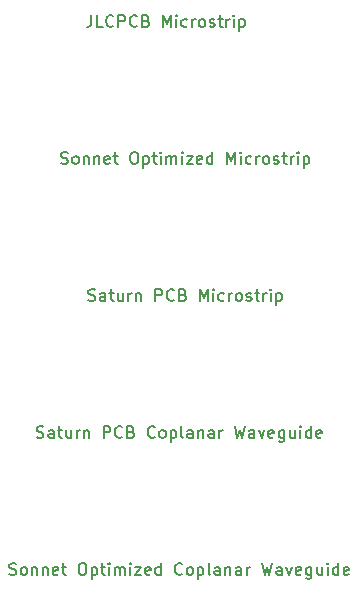
<source format=gto>
%TF.GenerationSoftware,KiCad,Pcbnew,(6.0.2)*%
%TF.CreationDate,2022-07-21T18:21:11-07:00*%
%TF.ProjectId,testCoupon,74657374-436f-4757-906f-6e2e6b696361,1*%
%TF.SameCoordinates,Original*%
%TF.FileFunction,Legend,Top*%
%TF.FilePolarity,Positive*%
%FSLAX46Y46*%
G04 Gerber Fmt 4.6, Leading zero omitted, Abs format (unit mm)*
G04 Created by KiCad (PCBNEW (6.0.2)) date 2022-07-21 18:21:11*
%MOMM*%
%LPD*%
G01*
G04 APERTURE LIST*
%ADD10C,0.150000*%
%ADD11R,4.000000X1.200000*%
%ADD12R,4.000000X1.280000*%
%ADD13O,31.360000X0.296416*%
%ADD14C,0.380000*%
%ADD15O,31.360000X0.297180*%
G04 APERTURE END LIST*
D10*
X149066666Y-65952380D02*
X149066666Y-66666666D01*
X149019047Y-66809523D01*
X148923809Y-66904761D01*
X148780952Y-66952380D01*
X148685714Y-66952380D01*
X150019047Y-66952380D02*
X149542857Y-66952380D01*
X149542857Y-65952380D01*
X150923809Y-66857142D02*
X150876190Y-66904761D01*
X150733333Y-66952380D01*
X150638095Y-66952380D01*
X150495238Y-66904761D01*
X150400000Y-66809523D01*
X150352380Y-66714285D01*
X150304761Y-66523809D01*
X150304761Y-66380952D01*
X150352380Y-66190476D01*
X150400000Y-66095238D01*
X150495238Y-66000000D01*
X150638095Y-65952380D01*
X150733333Y-65952380D01*
X150876190Y-66000000D01*
X150923809Y-66047619D01*
X151352380Y-66952380D02*
X151352380Y-65952380D01*
X151733333Y-65952380D01*
X151828571Y-66000000D01*
X151876190Y-66047619D01*
X151923809Y-66142857D01*
X151923809Y-66285714D01*
X151876190Y-66380952D01*
X151828571Y-66428571D01*
X151733333Y-66476190D01*
X151352380Y-66476190D01*
X152923809Y-66857142D02*
X152876190Y-66904761D01*
X152733333Y-66952380D01*
X152638095Y-66952380D01*
X152495238Y-66904761D01*
X152400000Y-66809523D01*
X152352380Y-66714285D01*
X152304761Y-66523809D01*
X152304761Y-66380952D01*
X152352380Y-66190476D01*
X152400000Y-66095238D01*
X152495238Y-66000000D01*
X152638095Y-65952380D01*
X152733333Y-65952380D01*
X152876190Y-66000000D01*
X152923809Y-66047619D01*
X153685714Y-66428571D02*
X153828571Y-66476190D01*
X153876190Y-66523809D01*
X153923809Y-66619047D01*
X153923809Y-66761904D01*
X153876190Y-66857142D01*
X153828571Y-66904761D01*
X153733333Y-66952380D01*
X153352380Y-66952380D01*
X153352380Y-65952380D01*
X153685714Y-65952380D01*
X153780952Y-66000000D01*
X153828571Y-66047619D01*
X153876190Y-66142857D01*
X153876190Y-66238095D01*
X153828571Y-66333333D01*
X153780952Y-66380952D01*
X153685714Y-66428571D01*
X153352380Y-66428571D01*
X155114285Y-66952380D02*
X155114285Y-65952380D01*
X155447619Y-66666666D01*
X155780952Y-65952380D01*
X155780952Y-66952380D01*
X156257142Y-66952380D02*
X156257142Y-66285714D01*
X156257142Y-65952380D02*
X156209523Y-66000000D01*
X156257142Y-66047619D01*
X156304761Y-66000000D01*
X156257142Y-65952380D01*
X156257142Y-66047619D01*
X157161904Y-66904761D02*
X157066666Y-66952380D01*
X156876190Y-66952380D01*
X156780952Y-66904761D01*
X156733333Y-66857142D01*
X156685714Y-66761904D01*
X156685714Y-66476190D01*
X156733333Y-66380952D01*
X156780952Y-66333333D01*
X156876190Y-66285714D01*
X157066666Y-66285714D01*
X157161904Y-66333333D01*
X157590476Y-66952380D02*
X157590476Y-66285714D01*
X157590476Y-66476190D02*
X157638095Y-66380952D01*
X157685714Y-66333333D01*
X157780952Y-66285714D01*
X157876190Y-66285714D01*
X158352380Y-66952380D02*
X158257142Y-66904761D01*
X158209523Y-66857142D01*
X158161904Y-66761904D01*
X158161904Y-66476190D01*
X158209523Y-66380952D01*
X158257142Y-66333333D01*
X158352380Y-66285714D01*
X158495238Y-66285714D01*
X158590476Y-66333333D01*
X158638095Y-66380952D01*
X158685714Y-66476190D01*
X158685714Y-66761904D01*
X158638095Y-66857142D01*
X158590476Y-66904761D01*
X158495238Y-66952380D01*
X158352380Y-66952380D01*
X159066666Y-66904761D02*
X159161904Y-66952380D01*
X159352380Y-66952380D01*
X159447619Y-66904761D01*
X159495238Y-66809523D01*
X159495238Y-66761904D01*
X159447619Y-66666666D01*
X159352380Y-66619047D01*
X159209523Y-66619047D01*
X159114285Y-66571428D01*
X159066666Y-66476190D01*
X159066666Y-66428571D01*
X159114285Y-66333333D01*
X159209523Y-66285714D01*
X159352380Y-66285714D01*
X159447619Y-66333333D01*
X159780952Y-66285714D02*
X160161904Y-66285714D01*
X159923809Y-65952380D02*
X159923809Y-66809523D01*
X159971428Y-66904761D01*
X160066666Y-66952380D01*
X160161904Y-66952380D01*
X160495238Y-66952380D02*
X160495238Y-66285714D01*
X160495238Y-66476190D02*
X160542857Y-66380952D01*
X160590476Y-66333333D01*
X160685714Y-66285714D01*
X160780952Y-66285714D01*
X161114285Y-66952380D02*
X161114285Y-66285714D01*
X161114285Y-65952380D02*
X161066666Y-66000000D01*
X161114285Y-66047619D01*
X161161904Y-66000000D01*
X161114285Y-65952380D01*
X161114285Y-66047619D01*
X161590476Y-66285714D02*
X161590476Y-67285714D01*
X161590476Y-66333333D02*
X161685714Y-66285714D01*
X161876190Y-66285714D01*
X161971428Y-66333333D01*
X162019047Y-66380952D01*
X162066666Y-66476190D01*
X162066666Y-66761904D01*
X162019047Y-66857142D01*
X161971428Y-66904761D01*
X161876190Y-66952380D01*
X161685714Y-66952380D01*
X161590476Y-66904761D01*
X144428571Y-101704761D02*
X144571428Y-101752380D01*
X144809523Y-101752380D01*
X144904761Y-101704761D01*
X144952380Y-101657142D01*
X145000000Y-101561904D01*
X145000000Y-101466666D01*
X144952380Y-101371428D01*
X144904761Y-101323809D01*
X144809523Y-101276190D01*
X144619047Y-101228571D01*
X144523809Y-101180952D01*
X144476190Y-101133333D01*
X144428571Y-101038095D01*
X144428571Y-100942857D01*
X144476190Y-100847619D01*
X144523809Y-100800000D01*
X144619047Y-100752380D01*
X144857142Y-100752380D01*
X145000000Y-100800000D01*
X145857142Y-101752380D02*
X145857142Y-101228571D01*
X145809523Y-101133333D01*
X145714285Y-101085714D01*
X145523809Y-101085714D01*
X145428571Y-101133333D01*
X145857142Y-101704761D02*
X145761904Y-101752380D01*
X145523809Y-101752380D01*
X145428571Y-101704761D01*
X145380952Y-101609523D01*
X145380952Y-101514285D01*
X145428571Y-101419047D01*
X145523809Y-101371428D01*
X145761904Y-101371428D01*
X145857142Y-101323809D01*
X146190476Y-101085714D02*
X146571428Y-101085714D01*
X146333333Y-100752380D02*
X146333333Y-101609523D01*
X146380952Y-101704761D01*
X146476190Y-101752380D01*
X146571428Y-101752380D01*
X147333333Y-101085714D02*
X147333333Y-101752380D01*
X146904761Y-101085714D02*
X146904761Y-101609523D01*
X146952380Y-101704761D01*
X147047619Y-101752380D01*
X147190476Y-101752380D01*
X147285714Y-101704761D01*
X147333333Y-101657142D01*
X147809523Y-101752380D02*
X147809523Y-101085714D01*
X147809523Y-101276190D02*
X147857142Y-101180952D01*
X147904761Y-101133333D01*
X148000000Y-101085714D01*
X148095238Y-101085714D01*
X148428571Y-101085714D02*
X148428571Y-101752380D01*
X148428571Y-101180952D02*
X148476190Y-101133333D01*
X148571428Y-101085714D01*
X148714285Y-101085714D01*
X148809523Y-101133333D01*
X148857142Y-101228571D01*
X148857142Y-101752380D01*
X150095238Y-101752380D02*
X150095238Y-100752380D01*
X150476190Y-100752380D01*
X150571428Y-100800000D01*
X150619047Y-100847619D01*
X150666666Y-100942857D01*
X150666666Y-101085714D01*
X150619047Y-101180952D01*
X150571428Y-101228571D01*
X150476190Y-101276190D01*
X150095238Y-101276190D01*
X151666666Y-101657142D02*
X151619047Y-101704761D01*
X151476190Y-101752380D01*
X151380952Y-101752380D01*
X151238095Y-101704761D01*
X151142857Y-101609523D01*
X151095238Y-101514285D01*
X151047619Y-101323809D01*
X151047619Y-101180952D01*
X151095238Y-100990476D01*
X151142857Y-100895238D01*
X151238095Y-100800000D01*
X151380952Y-100752380D01*
X151476190Y-100752380D01*
X151619047Y-100800000D01*
X151666666Y-100847619D01*
X152428571Y-101228571D02*
X152571428Y-101276190D01*
X152619047Y-101323809D01*
X152666666Y-101419047D01*
X152666666Y-101561904D01*
X152619047Y-101657142D01*
X152571428Y-101704761D01*
X152476190Y-101752380D01*
X152095238Y-101752380D01*
X152095238Y-100752380D01*
X152428571Y-100752380D01*
X152523809Y-100800000D01*
X152571428Y-100847619D01*
X152619047Y-100942857D01*
X152619047Y-101038095D01*
X152571428Y-101133333D01*
X152523809Y-101180952D01*
X152428571Y-101228571D01*
X152095238Y-101228571D01*
X154428571Y-101657142D02*
X154380952Y-101704761D01*
X154238095Y-101752380D01*
X154142857Y-101752380D01*
X153999999Y-101704761D01*
X153904761Y-101609523D01*
X153857142Y-101514285D01*
X153809523Y-101323809D01*
X153809523Y-101180952D01*
X153857142Y-100990476D01*
X153904761Y-100895238D01*
X153999999Y-100800000D01*
X154142857Y-100752380D01*
X154238095Y-100752380D01*
X154380952Y-100800000D01*
X154428571Y-100847619D01*
X154999999Y-101752380D02*
X154904761Y-101704761D01*
X154857142Y-101657142D01*
X154809523Y-101561904D01*
X154809523Y-101276190D01*
X154857142Y-101180952D01*
X154904761Y-101133333D01*
X154999999Y-101085714D01*
X155142857Y-101085714D01*
X155238095Y-101133333D01*
X155285714Y-101180952D01*
X155333333Y-101276190D01*
X155333333Y-101561904D01*
X155285714Y-101657142D01*
X155238095Y-101704761D01*
X155142857Y-101752380D01*
X154999999Y-101752380D01*
X155761904Y-101085714D02*
X155761904Y-102085714D01*
X155761904Y-101133333D02*
X155857142Y-101085714D01*
X156047619Y-101085714D01*
X156142857Y-101133333D01*
X156190476Y-101180952D01*
X156238095Y-101276190D01*
X156238095Y-101561904D01*
X156190476Y-101657142D01*
X156142857Y-101704761D01*
X156047619Y-101752380D01*
X155857142Y-101752380D01*
X155761904Y-101704761D01*
X156809523Y-101752380D02*
X156714285Y-101704761D01*
X156666666Y-101609523D01*
X156666666Y-100752380D01*
X157619047Y-101752380D02*
X157619047Y-101228571D01*
X157571428Y-101133333D01*
X157476190Y-101085714D01*
X157285714Y-101085714D01*
X157190476Y-101133333D01*
X157619047Y-101704761D02*
X157523809Y-101752380D01*
X157285714Y-101752380D01*
X157190476Y-101704761D01*
X157142857Y-101609523D01*
X157142857Y-101514285D01*
X157190476Y-101419047D01*
X157285714Y-101371428D01*
X157523809Y-101371428D01*
X157619047Y-101323809D01*
X158095238Y-101085714D02*
X158095238Y-101752380D01*
X158095238Y-101180952D02*
X158142857Y-101133333D01*
X158238095Y-101085714D01*
X158380952Y-101085714D01*
X158476190Y-101133333D01*
X158523809Y-101228571D01*
X158523809Y-101752380D01*
X159428571Y-101752380D02*
X159428571Y-101228571D01*
X159380952Y-101133333D01*
X159285714Y-101085714D01*
X159095238Y-101085714D01*
X159000000Y-101133333D01*
X159428571Y-101704761D02*
X159333333Y-101752380D01*
X159095238Y-101752380D01*
X159000000Y-101704761D01*
X158952380Y-101609523D01*
X158952380Y-101514285D01*
X159000000Y-101419047D01*
X159095238Y-101371428D01*
X159333333Y-101371428D01*
X159428571Y-101323809D01*
X159904761Y-101752380D02*
X159904761Y-101085714D01*
X159904761Y-101276190D02*
X159952380Y-101180952D01*
X160000000Y-101133333D01*
X160095238Y-101085714D01*
X160190476Y-101085714D01*
X161190476Y-100752380D02*
X161428571Y-101752380D01*
X161619047Y-101038095D01*
X161809523Y-101752380D01*
X162047619Y-100752380D01*
X162857142Y-101752380D02*
X162857142Y-101228571D01*
X162809523Y-101133333D01*
X162714285Y-101085714D01*
X162523809Y-101085714D01*
X162428571Y-101133333D01*
X162857142Y-101704761D02*
X162761904Y-101752380D01*
X162523809Y-101752380D01*
X162428571Y-101704761D01*
X162380952Y-101609523D01*
X162380952Y-101514285D01*
X162428571Y-101419047D01*
X162523809Y-101371428D01*
X162761904Y-101371428D01*
X162857142Y-101323809D01*
X163238095Y-101085714D02*
X163476190Y-101752380D01*
X163714285Y-101085714D01*
X164476190Y-101704761D02*
X164380952Y-101752380D01*
X164190476Y-101752380D01*
X164095238Y-101704761D01*
X164047619Y-101609523D01*
X164047619Y-101228571D01*
X164095238Y-101133333D01*
X164190476Y-101085714D01*
X164380952Y-101085714D01*
X164476190Y-101133333D01*
X164523809Y-101228571D01*
X164523809Y-101323809D01*
X164047619Y-101419047D01*
X165380952Y-101085714D02*
X165380952Y-101895238D01*
X165333333Y-101990476D01*
X165285714Y-102038095D01*
X165190476Y-102085714D01*
X165047619Y-102085714D01*
X164952380Y-102038095D01*
X165380952Y-101704761D02*
X165285714Y-101752380D01*
X165095238Y-101752380D01*
X165000000Y-101704761D01*
X164952380Y-101657142D01*
X164904761Y-101561904D01*
X164904761Y-101276190D01*
X164952380Y-101180952D01*
X165000000Y-101133333D01*
X165095238Y-101085714D01*
X165285714Y-101085714D01*
X165380952Y-101133333D01*
X166285714Y-101085714D02*
X166285714Y-101752380D01*
X165857142Y-101085714D02*
X165857142Y-101609523D01*
X165904761Y-101704761D01*
X165999999Y-101752380D01*
X166142857Y-101752380D01*
X166238095Y-101704761D01*
X166285714Y-101657142D01*
X166761904Y-101752380D02*
X166761904Y-101085714D01*
X166761904Y-100752380D02*
X166714285Y-100800000D01*
X166761904Y-100847619D01*
X166809523Y-100800000D01*
X166761904Y-100752380D01*
X166761904Y-100847619D01*
X167666666Y-101752380D02*
X167666666Y-100752380D01*
X167666666Y-101704761D02*
X167571428Y-101752380D01*
X167380952Y-101752380D01*
X167285714Y-101704761D01*
X167238095Y-101657142D01*
X167190476Y-101561904D01*
X167190476Y-101276190D01*
X167238095Y-101180952D01*
X167285714Y-101133333D01*
X167380952Y-101085714D01*
X167571428Y-101085714D01*
X167666666Y-101133333D01*
X168523809Y-101704761D02*
X168428571Y-101752380D01*
X168238095Y-101752380D01*
X168142857Y-101704761D01*
X168095238Y-101609523D01*
X168095238Y-101228571D01*
X168142857Y-101133333D01*
X168238095Y-101085714D01*
X168428571Y-101085714D01*
X168523809Y-101133333D01*
X168571428Y-101228571D01*
X168571428Y-101323809D01*
X168095238Y-101419047D01*
X146500000Y-78504761D02*
X146642857Y-78552380D01*
X146880952Y-78552380D01*
X146976190Y-78504761D01*
X147023809Y-78457142D01*
X147071428Y-78361904D01*
X147071428Y-78266666D01*
X147023809Y-78171428D01*
X146976190Y-78123809D01*
X146880952Y-78076190D01*
X146690476Y-78028571D01*
X146595238Y-77980952D01*
X146547619Y-77933333D01*
X146500000Y-77838095D01*
X146500000Y-77742857D01*
X146547619Y-77647619D01*
X146595238Y-77600000D01*
X146690476Y-77552380D01*
X146928571Y-77552380D01*
X147071428Y-77600000D01*
X147642857Y-78552380D02*
X147547619Y-78504761D01*
X147500000Y-78457142D01*
X147452380Y-78361904D01*
X147452380Y-78076190D01*
X147500000Y-77980952D01*
X147547619Y-77933333D01*
X147642857Y-77885714D01*
X147785714Y-77885714D01*
X147880952Y-77933333D01*
X147928571Y-77980952D01*
X147976190Y-78076190D01*
X147976190Y-78361904D01*
X147928571Y-78457142D01*
X147880952Y-78504761D01*
X147785714Y-78552380D01*
X147642857Y-78552380D01*
X148404761Y-77885714D02*
X148404761Y-78552380D01*
X148404761Y-77980952D02*
X148452380Y-77933333D01*
X148547619Y-77885714D01*
X148690476Y-77885714D01*
X148785714Y-77933333D01*
X148833333Y-78028571D01*
X148833333Y-78552380D01*
X149309523Y-77885714D02*
X149309523Y-78552380D01*
X149309523Y-77980952D02*
X149357142Y-77933333D01*
X149452380Y-77885714D01*
X149595238Y-77885714D01*
X149690476Y-77933333D01*
X149738095Y-78028571D01*
X149738095Y-78552380D01*
X150595238Y-78504761D02*
X150500000Y-78552380D01*
X150309523Y-78552380D01*
X150214285Y-78504761D01*
X150166666Y-78409523D01*
X150166666Y-78028571D01*
X150214285Y-77933333D01*
X150309523Y-77885714D01*
X150500000Y-77885714D01*
X150595238Y-77933333D01*
X150642857Y-78028571D01*
X150642857Y-78123809D01*
X150166666Y-78219047D01*
X150928571Y-77885714D02*
X151309523Y-77885714D01*
X151071428Y-77552380D02*
X151071428Y-78409523D01*
X151119047Y-78504761D01*
X151214285Y-78552380D01*
X151309523Y-78552380D01*
X152595238Y-77552380D02*
X152785714Y-77552380D01*
X152880952Y-77600000D01*
X152976190Y-77695238D01*
X153023809Y-77885714D01*
X153023809Y-78219047D01*
X152976190Y-78409523D01*
X152880952Y-78504761D01*
X152785714Y-78552380D01*
X152595238Y-78552380D01*
X152500000Y-78504761D01*
X152404761Y-78409523D01*
X152357142Y-78219047D01*
X152357142Y-77885714D01*
X152404761Y-77695238D01*
X152500000Y-77600000D01*
X152595238Y-77552380D01*
X153452380Y-77885714D02*
X153452380Y-78885714D01*
X153452380Y-77933333D02*
X153547619Y-77885714D01*
X153738095Y-77885714D01*
X153833333Y-77933333D01*
X153880952Y-77980952D01*
X153928571Y-78076190D01*
X153928571Y-78361904D01*
X153880952Y-78457142D01*
X153833333Y-78504761D01*
X153738095Y-78552380D01*
X153547619Y-78552380D01*
X153452380Y-78504761D01*
X154214285Y-77885714D02*
X154595238Y-77885714D01*
X154357142Y-77552380D02*
X154357142Y-78409523D01*
X154404761Y-78504761D01*
X154500000Y-78552380D01*
X154595238Y-78552380D01*
X154928571Y-78552380D02*
X154928571Y-77885714D01*
X154928571Y-77552380D02*
X154880952Y-77600000D01*
X154928571Y-77647619D01*
X154976190Y-77600000D01*
X154928571Y-77552380D01*
X154928571Y-77647619D01*
X155404761Y-78552380D02*
X155404761Y-77885714D01*
X155404761Y-77980952D02*
X155452380Y-77933333D01*
X155547619Y-77885714D01*
X155690476Y-77885714D01*
X155785714Y-77933333D01*
X155833333Y-78028571D01*
X155833333Y-78552380D01*
X155833333Y-78028571D02*
X155880952Y-77933333D01*
X155976190Y-77885714D01*
X156119047Y-77885714D01*
X156214285Y-77933333D01*
X156261904Y-78028571D01*
X156261904Y-78552380D01*
X156738095Y-78552380D02*
X156738095Y-77885714D01*
X156738095Y-77552380D02*
X156690476Y-77600000D01*
X156738095Y-77647619D01*
X156785714Y-77600000D01*
X156738095Y-77552380D01*
X156738095Y-77647619D01*
X157119047Y-77885714D02*
X157642857Y-77885714D01*
X157119047Y-78552380D01*
X157642857Y-78552380D01*
X158404761Y-78504761D02*
X158309523Y-78552380D01*
X158119047Y-78552380D01*
X158023809Y-78504761D01*
X157976190Y-78409523D01*
X157976190Y-78028571D01*
X158023809Y-77933333D01*
X158119047Y-77885714D01*
X158309523Y-77885714D01*
X158404761Y-77933333D01*
X158452380Y-78028571D01*
X158452380Y-78123809D01*
X157976190Y-78219047D01*
X159309523Y-78552380D02*
X159309523Y-77552380D01*
X159309523Y-78504761D02*
X159214285Y-78552380D01*
X159023809Y-78552380D01*
X158928571Y-78504761D01*
X158880952Y-78457142D01*
X158833333Y-78361904D01*
X158833333Y-78076190D01*
X158880952Y-77980952D01*
X158928571Y-77933333D01*
X159023809Y-77885714D01*
X159214285Y-77885714D01*
X159309523Y-77933333D01*
X160547619Y-78552380D02*
X160547619Y-77552380D01*
X160880952Y-78266666D01*
X161214285Y-77552380D01*
X161214285Y-78552380D01*
X161690476Y-78552380D02*
X161690476Y-77885714D01*
X161690476Y-77552380D02*
X161642857Y-77600000D01*
X161690476Y-77647619D01*
X161738095Y-77600000D01*
X161690476Y-77552380D01*
X161690476Y-77647619D01*
X162595238Y-78504761D02*
X162500000Y-78552380D01*
X162309523Y-78552380D01*
X162214285Y-78504761D01*
X162166666Y-78457142D01*
X162119047Y-78361904D01*
X162119047Y-78076190D01*
X162166666Y-77980952D01*
X162214285Y-77933333D01*
X162309523Y-77885714D01*
X162500000Y-77885714D01*
X162595238Y-77933333D01*
X163023809Y-78552380D02*
X163023809Y-77885714D01*
X163023809Y-78076190D02*
X163071428Y-77980952D01*
X163119047Y-77933333D01*
X163214285Y-77885714D01*
X163309523Y-77885714D01*
X163785714Y-78552380D02*
X163690476Y-78504761D01*
X163642857Y-78457142D01*
X163595238Y-78361904D01*
X163595238Y-78076190D01*
X163642857Y-77980952D01*
X163690476Y-77933333D01*
X163785714Y-77885714D01*
X163928571Y-77885714D01*
X164023809Y-77933333D01*
X164071428Y-77980952D01*
X164119047Y-78076190D01*
X164119047Y-78361904D01*
X164071428Y-78457142D01*
X164023809Y-78504761D01*
X163928571Y-78552380D01*
X163785714Y-78552380D01*
X164500000Y-78504761D02*
X164595238Y-78552380D01*
X164785714Y-78552380D01*
X164880952Y-78504761D01*
X164928571Y-78409523D01*
X164928571Y-78361904D01*
X164880952Y-78266666D01*
X164785714Y-78219047D01*
X164642857Y-78219047D01*
X164547619Y-78171428D01*
X164500000Y-78076190D01*
X164500000Y-78028571D01*
X164547619Y-77933333D01*
X164642857Y-77885714D01*
X164785714Y-77885714D01*
X164880952Y-77933333D01*
X165214285Y-77885714D02*
X165595238Y-77885714D01*
X165357142Y-77552380D02*
X165357142Y-78409523D01*
X165404761Y-78504761D01*
X165500000Y-78552380D01*
X165595238Y-78552380D01*
X165928571Y-78552380D02*
X165928571Y-77885714D01*
X165928571Y-78076190D02*
X165976190Y-77980952D01*
X166023809Y-77933333D01*
X166119047Y-77885714D01*
X166214285Y-77885714D01*
X166547619Y-78552380D02*
X166547619Y-77885714D01*
X166547619Y-77552380D02*
X166500000Y-77600000D01*
X166547619Y-77647619D01*
X166595238Y-77600000D01*
X166547619Y-77552380D01*
X166547619Y-77647619D01*
X167023809Y-77885714D02*
X167023809Y-78885714D01*
X167023809Y-77933333D02*
X167119047Y-77885714D01*
X167309523Y-77885714D01*
X167404761Y-77933333D01*
X167452380Y-77980952D01*
X167500000Y-78076190D01*
X167500000Y-78361904D01*
X167452380Y-78457142D01*
X167404761Y-78504761D01*
X167309523Y-78552380D01*
X167119047Y-78552380D01*
X167023809Y-78504761D01*
X142119047Y-113304761D02*
X142261904Y-113352380D01*
X142500000Y-113352380D01*
X142595238Y-113304761D01*
X142642857Y-113257142D01*
X142690476Y-113161904D01*
X142690476Y-113066666D01*
X142642857Y-112971428D01*
X142595238Y-112923809D01*
X142500000Y-112876190D01*
X142309523Y-112828571D01*
X142214285Y-112780952D01*
X142166666Y-112733333D01*
X142119047Y-112638095D01*
X142119047Y-112542857D01*
X142166666Y-112447619D01*
X142214285Y-112400000D01*
X142309523Y-112352380D01*
X142547619Y-112352380D01*
X142690476Y-112400000D01*
X143261904Y-113352380D02*
X143166666Y-113304761D01*
X143119047Y-113257142D01*
X143071428Y-113161904D01*
X143071428Y-112876190D01*
X143119047Y-112780952D01*
X143166666Y-112733333D01*
X143261904Y-112685714D01*
X143404761Y-112685714D01*
X143500000Y-112733333D01*
X143547619Y-112780952D01*
X143595238Y-112876190D01*
X143595238Y-113161904D01*
X143547619Y-113257142D01*
X143500000Y-113304761D01*
X143404761Y-113352380D01*
X143261904Y-113352380D01*
X144023809Y-112685714D02*
X144023809Y-113352380D01*
X144023809Y-112780952D02*
X144071428Y-112733333D01*
X144166666Y-112685714D01*
X144309523Y-112685714D01*
X144404761Y-112733333D01*
X144452380Y-112828571D01*
X144452380Y-113352380D01*
X144928571Y-112685714D02*
X144928571Y-113352380D01*
X144928571Y-112780952D02*
X144976190Y-112733333D01*
X145071428Y-112685714D01*
X145214285Y-112685714D01*
X145309523Y-112733333D01*
X145357142Y-112828571D01*
X145357142Y-113352380D01*
X146214285Y-113304761D02*
X146119047Y-113352380D01*
X145928571Y-113352380D01*
X145833333Y-113304761D01*
X145785714Y-113209523D01*
X145785714Y-112828571D01*
X145833333Y-112733333D01*
X145928571Y-112685714D01*
X146119047Y-112685714D01*
X146214285Y-112733333D01*
X146261904Y-112828571D01*
X146261904Y-112923809D01*
X145785714Y-113019047D01*
X146547619Y-112685714D02*
X146928571Y-112685714D01*
X146690476Y-112352380D02*
X146690476Y-113209523D01*
X146738095Y-113304761D01*
X146833333Y-113352380D01*
X146928571Y-113352380D01*
X148214285Y-112352380D02*
X148404761Y-112352380D01*
X148500000Y-112400000D01*
X148595238Y-112495238D01*
X148642857Y-112685714D01*
X148642857Y-113019047D01*
X148595238Y-113209523D01*
X148500000Y-113304761D01*
X148404761Y-113352380D01*
X148214285Y-113352380D01*
X148119047Y-113304761D01*
X148023809Y-113209523D01*
X147976190Y-113019047D01*
X147976190Y-112685714D01*
X148023809Y-112495238D01*
X148119047Y-112400000D01*
X148214285Y-112352380D01*
X149071428Y-112685714D02*
X149071428Y-113685714D01*
X149071428Y-112733333D02*
X149166666Y-112685714D01*
X149357142Y-112685714D01*
X149452380Y-112733333D01*
X149500000Y-112780952D01*
X149547619Y-112876190D01*
X149547619Y-113161904D01*
X149500000Y-113257142D01*
X149452380Y-113304761D01*
X149357142Y-113352380D01*
X149166666Y-113352380D01*
X149071428Y-113304761D01*
X149833333Y-112685714D02*
X150214285Y-112685714D01*
X149976190Y-112352380D02*
X149976190Y-113209523D01*
X150023809Y-113304761D01*
X150119047Y-113352380D01*
X150214285Y-113352380D01*
X150547619Y-113352380D02*
X150547619Y-112685714D01*
X150547619Y-112352380D02*
X150500000Y-112400000D01*
X150547619Y-112447619D01*
X150595238Y-112400000D01*
X150547619Y-112352380D01*
X150547619Y-112447619D01*
X151023809Y-113352380D02*
X151023809Y-112685714D01*
X151023809Y-112780952D02*
X151071428Y-112733333D01*
X151166666Y-112685714D01*
X151309523Y-112685714D01*
X151404761Y-112733333D01*
X151452380Y-112828571D01*
X151452380Y-113352380D01*
X151452380Y-112828571D02*
X151500000Y-112733333D01*
X151595238Y-112685714D01*
X151738095Y-112685714D01*
X151833333Y-112733333D01*
X151880952Y-112828571D01*
X151880952Y-113352380D01*
X152357142Y-113352380D02*
X152357142Y-112685714D01*
X152357142Y-112352380D02*
X152309523Y-112400000D01*
X152357142Y-112447619D01*
X152404761Y-112400000D01*
X152357142Y-112352380D01*
X152357142Y-112447619D01*
X152738095Y-112685714D02*
X153261904Y-112685714D01*
X152738095Y-113352380D01*
X153261904Y-113352380D01*
X154023809Y-113304761D02*
X153928571Y-113352380D01*
X153738095Y-113352380D01*
X153642857Y-113304761D01*
X153595238Y-113209523D01*
X153595238Y-112828571D01*
X153642857Y-112733333D01*
X153738095Y-112685714D01*
X153928571Y-112685714D01*
X154023809Y-112733333D01*
X154071428Y-112828571D01*
X154071428Y-112923809D01*
X153595238Y-113019047D01*
X154928571Y-113352380D02*
X154928571Y-112352380D01*
X154928571Y-113304761D02*
X154833333Y-113352380D01*
X154642857Y-113352380D01*
X154547619Y-113304761D01*
X154500000Y-113257142D01*
X154452380Y-113161904D01*
X154452380Y-112876190D01*
X154500000Y-112780952D01*
X154547619Y-112733333D01*
X154642857Y-112685714D01*
X154833333Y-112685714D01*
X154928571Y-112733333D01*
X156738095Y-113257142D02*
X156690476Y-113304761D01*
X156547619Y-113352380D01*
X156452380Y-113352380D01*
X156309523Y-113304761D01*
X156214285Y-113209523D01*
X156166666Y-113114285D01*
X156119047Y-112923809D01*
X156119047Y-112780952D01*
X156166666Y-112590476D01*
X156214285Y-112495238D01*
X156309523Y-112400000D01*
X156452380Y-112352380D01*
X156547619Y-112352380D01*
X156690476Y-112400000D01*
X156738095Y-112447619D01*
X157309523Y-113352380D02*
X157214285Y-113304761D01*
X157166666Y-113257142D01*
X157119047Y-113161904D01*
X157119047Y-112876190D01*
X157166666Y-112780952D01*
X157214285Y-112733333D01*
X157309523Y-112685714D01*
X157452380Y-112685714D01*
X157547619Y-112733333D01*
X157595238Y-112780952D01*
X157642857Y-112876190D01*
X157642857Y-113161904D01*
X157595238Y-113257142D01*
X157547619Y-113304761D01*
X157452380Y-113352380D01*
X157309523Y-113352380D01*
X158071428Y-112685714D02*
X158071428Y-113685714D01*
X158071428Y-112733333D02*
X158166666Y-112685714D01*
X158357142Y-112685714D01*
X158452380Y-112733333D01*
X158500000Y-112780952D01*
X158547619Y-112876190D01*
X158547619Y-113161904D01*
X158500000Y-113257142D01*
X158452380Y-113304761D01*
X158357142Y-113352380D01*
X158166666Y-113352380D01*
X158071428Y-113304761D01*
X159119047Y-113352380D02*
X159023809Y-113304761D01*
X158976190Y-113209523D01*
X158976190Y-112352380D01*
X159928571Y-113352380D02*
X159928571Y-112828571D01*
X159880952Y-112733333D01*
X159785714Y-112685714D01*
X159595238Y-112685714D01*
X159500000Y-112733333D01*
X159928571Y-113304761D02*
X159833333Y-113352380D01*
X159595238Y-113352380D01*
X159500000Y-113304761D01*
X159452380Y-113209523D01*
X159452380Y-113114285D01*
X159500000Y-113019047D01*
X159595238Y-112971428D01*
X159833333Y-112971428D01*
X159928571Y-112923809D01*
X160404761Y-112685714D02*
X160404761Y-113352380D01*
X160404761Y-112780952D02*
X160452380Y-112733333D01*
X160547619Y-112685714D01*
X160690476Y-112685714D01*
X160785714Y-112733333D01*
X160833333Y-112828571D01*
X160833333Y-113352380D01*
X161738095Y-113352380D02*
X161738095Y-112828571D01*
X161690476Y-112733333D01*
X161595238Y-112685714D01*
X161404761Y-112685714D01*
X161309523Y-112733333D01*
X161738095Y-113304761D02*
X161642857Y-113352380D01*
X161404761Y-113352380D01*
X161309523Y-113304761D01*
X161261904Y-113209523D01*
X161261904Y-113114285D01*
X161309523Y-113019047D01*
X161404761Y-112971428D01*
X161642857Y-112971428D01*
X161738095Y-112923809D01*
X162214285Y-113352380D02*
X162214285Y-112685714D01*
X162214285Y-112876190D02*
X162261904Y-112780952D01*
X162309523Y-112733333D01*
X162404761Y-112685714D01*
X162500000Y-112685714D01*
X163500000Y-112352380D02*
X163738095Y-113352380D01*
X163928571Y-112638095D01*
X164119047Y-113352380D01*
X164357142Y-112352380D01*
X165166666Y-113352380D02*
X165166666Y-112828571D01*
X165119047Y-112733333D01*
X165023809Y-112685714D01*
X164833333Y-112685714D01*
X164738095Y-112733333D01*
X165166666Y-113304761D02*
X165071428Y-113352380D01*
X164833333Y-113352380D01*
X164738095Y-113304761D01*
X164690476Y-113209523D01*
X164690476Y-113114285D01*
X164738095Y-113019047D01*
X164833333Y-112971428D01*
X165071428Y-112971428D01*
X165166666Y-112923809D01*
X165547619Y-112685714D02*
X165785714Y-113352380D01*
X166023809Y-112685714D01*
X166785714Y-113304761D02*
X166690476Y-113352380D01*
X166500000Y-113352380D01*
X166404761Y-113304761D01*
X166357142Y-113209523D01*
X166357142Y-112828571D01*
X166404761Y-112733333D01*
X166500000Y-112685714D01*
X166690476Y-112685714D01*
X166785714Y-112733333D01*
X166833333Y-112828571D01*
X166833333Y-112923809D01*
X166357142Y-113019047D01*
X167690476Y-112685714D02*
X167690476Y-113495238D01*
X167642857Y-113590476D01*
X167595238Y-113638095D01*
X167500000Y-113685714D01*
X167357142Y-113685714D01*
X167261904Y-113638095D01*
X167690476Y-113304761D02*
X167595238Y-113352380D01*
X167404761Y-113352380D01*
X167309523Y-113304761D01*
X167261904Y-113257142D01*
X167214285Y-113161904D01*
X167214285Y-112876190D01*
X167261904Y-112780952D01*
X167309523Y-112733333D01*
X167404761Y-112685714D01*
X167595238Y-112685714D01*
X167690476Y-112733333D01*
X168595238Y-112685714D02*
X168595238Y-113352380D01*
X168166666Y-112685714D02*
X168166666Y-113209523D01*
X168214285Y-113304761D01*
X168309523Y-113352380D01*
X168452380Y-113352380D01*
X168547619Y-113304761D01*
X168595238Y-113257142D01*
X169071428Y-113352380D02*
X169071428Y-112685714D01*
X169071428Y-112352380D02*
X169023809Y-112400000D01*
X169071428Y-112447619D01*
X169119047Y-112400000D01*
X169071428Y-112352380D01*
X169071428Y-112447619D01*
X169976190Y-113352380D02*
X169976190Y-112352380D01*
X169976190Y-113304761D02*
X169880952Y-113352380D01*
X169690476Y-113352380D01*
X169595238Y-113304761D01*
X169547619Y-113257142D01*
X169500000Y-113161904D01*
X169500000Y-112876190D01*
X169547619Y-112780952D01*
X169595238Y-112733333D01*
X169690476Y-112685714D01*
X169880952Y-112685714D01*
X169976190Y-112733333D01*
X170833333Y-113304761D02*
X170738095Y-113352380D01*
X170547619Y-113352380D01*
X170452380Y-113304761D01*
X170404761Y-113209523D01*
X170404761Y-112828571D01*
X170452380Y-112733333D01*
X170547619Y-112685714D01*
X170738095Y-112685714D01*
X170833333Y-112733333D01*
X170880952Y-112828571D01*
X170880952Y-112923809D01*
X170404761Y-113019047D01*
X148809523Y-90104761D02*
X148952380Y-90152380D01*
X149190476Y-90152380D01*
X149285714Y-90104761D01*
X149333333Y-90057142D01*
X149380952Y-89961904D01*
X149380952Y-89866666D01*
X149333333Y-89771428D01*
X149285714Y-89723809D01*
X149190476Y-89676190D01*
X149000000Y-89628571D01*
X148904761Y-89580952D01*
X148857142Y-89533333D01*
X148809523Y-89438095D01*
X148809523Y-89342857D01*
X148857142Y-89247619D01*
X148904761Y-89200000D01*
X149000000Y-89152380D01*
X149238095Y-89152380D01*
X149380952Y-89200000D01*
X150238095Y-90152380D02*
X150238095Y-89628571D01*
X150190476Y-89533333D01*
X150095238Y-89485714D01*
X149904761Y-89485714D01*
X149809523Y-89533333D01*
X150238095Y-90104761D02*
X150142857Y-90152380D01*
X149904761Y-90152380D01*
X149809523Y-90104761D01*
X149761904Y-90009523D01*
X149761904Y-89914285D01*
X149809523Y-89819047D01*
X149904761Y-89771428D01*
X150142857Y-89771428D01*
X150238095Y-89723809D01*
X150571428Y-89485714D02*
X150952380Y-89485714D01*
X150714285Y-89152380D02*
X150714285Y-90009523D01*
X150761904Y-90104761D01*
X150857142Y-90152380D01*
X150952380Y-90152380D01*
X151714285Y-89485714D02*
X151714285Y-90152380D01*
X151285714Y-89485714D02*
X151285714Y-90009523D01*
X151333333Y-90104761D01*
X151428571Y-90152380D01*
X151571428Y-90152380D01*
X151666666Y-90104761D01*
X151714285Y-90057142D01*
X152190476Y-90152380D02*
X152190476Y-89485714D01*
X152190476Y-89676190D02*
X152238095Y-89580952D01*
X152285714Y-89533333D01*
X152380952Y-89485714D01*
X152476190Y-89485714D01*
X152809523Y-89485714D02*
X152809523Y-90152380D01*
X152809523Y-89580952D02*
X152857142Y-89533333D01*
X152952380Y-89485714D01*
X153095238Y-89485714D01*
X153190476Y-89533333D01*
X153238095Y-89628571D01*
X153238095Y-90152380D01*
X154476190Y-90152380D02*
X154476190Y-89152380D01*
X154857142Y-89152380D01*
X154952380Y-89200000D01*
X155000000Y-89247619D01*
X155047619Y-89342857D01*
X155047619Y-89485714D01*
X155000000Y-89580952D01*
X154952380Y-89628571D01*
X154857142Y-89676190D01*
X154476190Y-89676190D01*
X156047619Y-90057142D02*
X156000000Y-90104761D01*
X155857142Y-90152380D01*
X155761904Y-90152380D01*
X155619047Y-90104761D01*
X155523809Y-90009523D01*
X155476190Y-89914285D01*
X155428571Y-89723809D01*
X155428571Y-89580952D01*
X155476190Y-89390476D01*
X155523809Y-89295238D01*
X155619047Y-89200000D01*
X155761904Y-89152380D01*
X155857142Y-89152380D01*
X156000000Y-89200000D01*
X156047619Y-89247619D01*
X156809523Y-89628571D02*
X156952380Y-89676190D01*
X157000000Y-89723809D01*
X157047619Y-89819047D01*
X157047619Y-89961904D01*
X157000000Y-90057142D01*
X156952380Y-90104761D01*
X156857142Y-90152380D01*
X156476190Y-90152380D01*
X156476190Y-89152380D01*
X156809523Y-89152380D01*
X156904761Y-89200000D01*
X156952380Y-89247619D01*
X157000000Y-89342857D01*
X157000000Y-89438095D01*
X156952380Y-89533333D01*
X156904761Y-89580952D01*
X156809523Y-89628571D01*
X156476190Y-89628571D01*
X158238095Y-90152380D02*
X158238095Y-89152380D01*
X158571428Y-89866666D01*
X158904761Y-89152380D01*
X158904761Y-90152380D01*
X159380952Y-90152380D02*
X159380952Y-89485714D01*
X159380952Y-89152380D02*
X159333333Y-89200000D01*
X159380952Y-89247619D01*
X159428571Y-89200000D01*
X159380952Y-89152380D01*
X159380952Y-89247619D01*
X160285714Y-90104761D02*
X160190476Y-90152380D01*
X160000000Y-90152380D01*
X159904761Y-90104761D01*
X159857142Y-90057142D01*
X159809523Y-89961904D01*
X159809523Y-89676190D01*
X159857142Y-89580952D01*
X159904761Y-89533333D01*
X160000000Y-89485714D01*
X160190476Y-89485714D01*
X160285714Y-89533333D01*
X160714285Y-90152380D02*
X160714285Y-89485714D01*
X160714285Y-89676190D02*
X160761904Y-89580952D01*
X160809523Y-89533333D01*
X160904761Y-89485714D01*
X161000000Y-89485714D01*
X161476190Y-90152380D02*
X161380952Y-90104761D01*
X161333333Y-90057142D01*
X161285714Y-89961904D01*
X161285714Y-89676190D01*
X161333333Y-89580952D01*
X161380952Y-89533333D01*
X161476190Y-89485714D01*
X161619047Y-89485714D01*
X161714285Y-89533333D01*
X161761904Y-89580952D01*
X161809523Y-89676190D01*
X161809523Y-89961904D01*
X161761904Y-90057142D01*
X161714285Y-90104761D01*
X161619047Y-90152380D01*
X161476190Y-90152380D01*
X162190476Y-90104761D02*
X162285714Y-90152380D01*
X162476190Y-90152380D01*
X162571428Y-90104761D01*
X162619047Y-90009523D01*
X162619047Y-89961904D01*
X162571428Y-89866666D01*
X162476190Y-89819047D01*
X162333333Y-89819047D01*
X162238095Y-89771428D01*
X162190476Y-89676190D01*
X162190476Y-89628571D01*
X162238095Y-89533333D01*
X162333333Y-89485714D01*
X162476190Y-89485714D01*
X162571428Y-89533333D01*
X162904761Y-89485714D02*
X163285714Y-89485714D01*
X163047619Y-89152380D02*
X163047619Y-90009523D01*
X163095238Y-90104761D01*
X163190476Y-90152380D01*
X163285714Y-90152380D01*
X163619047Y-90152380D02*
X163619047Y-89485714D01*
X163619047Y-89676190D02*
X163666666Y-89580952D01*
X163714285Y-89533333D01*
X163809523Y-89485714D01*
X163904761Y-89485714D01*
X164238095Y-90152380D02*
X164238095Y-89485714D01*
X164238095Y-89152380D02*
X164190476Y-89200000D01*
X164238095Y-89247619D01*
X164285714Y-89200000D01*
X164238095Y-89152380D01*
X164238095Y-89247619D01*
X164714285Y-89485714D02*
X164714285Y-90485714D01*
X164714285Y-89533333D02*
X164809523Y-89485714D01*
X165000000Y-89485714D01*
X165095238Y-89533333D01*
X165142857Y-89580952D01*
X165190476Y-89676190D01*
X165190476Y-89961904D01*
X165142857Y-90057142D01*
X165095238Y-90104761D01*
X165000000Y-90152380D01*
X164809523Y-90152380D01*
X164714285Y-90104761D01*
%LPC*%
X135300000Y-73300000D02*
X177100000Y-73300000D01*
X177100000Y-73300000D02*
X177100000Y-75700000D01*
X177100000Y-75700000D02*
X135300000Y-75700000D01*
X135300000Y-75700000D02*
X135300000Y-73300000D01*
G36*
X135300000Y-73300000D02*
G01*
X177100000Y-73300000D01*
X177100000Y-75700000D01*
X135300000Y-75700000D01*
X135300000Y-73300000D01*
G37*
X171600000Y-67600000D02*
X176400000Y-67600000D01*
X176400000Y-67600000D02*
X176400000Y-65200000D01*
X176400000Y-65200000D02*
X171600000Y-65200000D01*
X171600000Y-65200000D02*
X171600000Y-67600000D01*
G36*
X171600000Y-67600000D02*
G01*
X176400000Y-67600000D01*
X176400000Y-65200000D01*
X171600000Y-65200000D01*
X171600000Y-67600000D01*
G37*
X176400000Y-76900000D02*
X171600000Y-76900000D01*
X171600000Y-76900000D02*
X171600000Y-79300000D01*
X171600000Y-79300000D02*
X176400000Y-79300000D01*
X176400000Y-79300000D02*
X176400000Y-76900000D01*
G36*
X176400000Y-76900000D02*
G01*
X171600000Y-76900000D01*
X171600000Y-79300000D01*
X176400000Y-79300000D01*
X176400000Y-76900000D01*
G37*
X135300000Y-108100000D02*
X177100000Y-108100000D01*
X177100000Y-108100000D02*
X177100000Y-110500000D01*
X177100000Y-110500000D02*
X135300000Y-110500000D01*
X135300000Y-110500000D02*
X135300000Y-108100000D01*
G36*
X135300000Y-108100000D02*
G01*
X177100000Y-108100000D01*
X177100000Y-110500000D01*
X135300000Y-110500000D01*
X135300000Y-108100000D01*
G37*
X135300000Y-96500000D02*
X177100000Y-96500000D01*
X177100000Y-96500000D02*
X177100000Y-98900000D01*
X177100000Y-98900000D02*
X135300000Y-98900000D01*
X135300000Y-98900000D02*
X135300000Y-96500000D01*
G36*
X135300000Y-96500000D02*
G01*
X177100000Y-96500000D01*
X177100000Y-98900000D01*
X135300000Y-98900000D01*
X135300000Y-96500000D01*
G37*
X140750000Y-104500000D02*
X136050000Y-104500000D01*
X136050000Y-104500000D02*
X136050000Y-106900000D01*
X136050000Y-106900000D02*
X140750000Y-106900000D01*
X140750000Y-106900000D02*
X140750000Y-104500000D01*
G36*
X140750000Y-104500000D02*
G01*
X136050000Y-104500000D01*
X136050000Y-106900000D01*
X140750000Y-106900000D01*
X140750000Y-104500000D01*
G37*
X140800000Y-88500000D02*
X136000000Y-88500000D01*
X136000000Y-88500000D02*
X136000000Y-90900000D01*
X136000000Y-90900000D02*
X140800000Y-90900000D01*
X140800000Y-90900000D02*
X140800000Y-88500000D01*
G36*
X140800000Y-88500000D02*
G01*
X136000000Y-88500000D01*
X136000000Y-90900000D01*
X140800000Y-90900000D01*
X140800000Y-88500000D01*
G37*
X176350000Y-88500000D02*
X171650000Y-88500000D01*
X171650000Y-88500000D02*
X171650000Y-90900000D01*
X171650000Y-90900000D02*
X176350000Y-90900000D01*
X176350000Y-90900000D02*
X176350000Y-88500000D01*
G36*
X176350000Y-88500000D02*
G01*
X171650000Y-88500000D01*
X171650000Y-90900000D01*
X176350000Y-90900000D01*
X176350000Y-88500000D01*
G37*
X176400000Y-81300000D02*
X171600000Y-81300000D01*
X171600000Y-81300000D02*
X171600000Y-83700000D01*
X171600000Y-83700000D02*
X176400000Y-83700000D01*
X176400000Y-83700000D02*
X176400000Y-81300000D01*
G36*
X176400000Y-81300000D02*
G01*
X171600000Y-81300000D01*
X171600000Y-83700000D01*
X176400000Y-83700000D01*
X176400000Y-81300000D01*
G37*
X135300000Y-61700000D02*
X177100000Y-61700000D01*
X177100000Y-61700000D02*
X177100000Y-64100000D01*
X177100000Y-64100000D02*
X135300000Y-64100000D01*
X135300000Y-64100000D02*
X135300000Y-61700000D01*
G36*
X135300000Y-61700000D02*
G01*
X177100000Y-61700000D01*
X177100000Y-64100000D01*
X135300000Y-64100000D01*
X135300000Y-61700000D01*
G37*
X136000000Y-79300000D02*
X140800000Y-79300000D01*
X140800000Y-79300000D02*
X140800000Y-76900000D01*
X140800000Y-76900000D02*
X136000000Y-76900000D01*
X136000000Y-76900000D02*
X136000000Y-79300000D01*
G36*
X136000000Y-79300000D02*
G01*
X140800000Y-79300000D01*
X140800000Y-76900000D01*
X136000000Y-76900000D01*
X136000000Y-79300000D01*
G37*
X135300000Y-84900000D02*
X177100000Y-84900000D01*
X177100000Y-84900000D02*
X177100000Y-87300000D01*
X177100000Y-87300000D02*
X135300000Y-87300000D01*
X135300000Y-87300000D02*
X135300000Y-84900000D01*
G36*
X135300000Y-84900000D02*
G01*
X177100000Y-84900000D01*
X177100000Y-87300000D01*
X135300000Y-87300000D01*
X135300000Y-84900000D01*
G37*
X176350000Y-100100000D02*
X171650000Y-100100000D01*
X171650000Y-100100000D02*
X171650000Y-102500000D01*
X171650000Y-102500000D02*
X176350000Y-102500000D01*
X176350000Y-102500000D02*
X176350000Y-100100000D01*
G36*
X176350000Y-100100000D02*
G01*
X171650000Y-100100000D01*
X171650000Y-102500000D01*
X176350000Y-102500000D01*
X176350000Y-100100000D01*
G37*
X136000000Y-60500000D02*
X140800000Y-60500000D01*
X140800000Y-60500000D02*
X140800000Y-58100000D01*
X140800000Y-58100000D02*
X136000000Y-58100000D01*
X136000000Y-58100000D02*
X136000000Y-60500000D01*
G36*
X136000000Y-60500000D02*
G01*
X140800000Y-60500000D01*
X140800000Y-58100000D01*
X136000000Y-58100000D01*
X136000000Y-60500000D01*
G37*
X136000000Y-72100000D02*
X140800000Y-72100000D01*
X140800000Y-72100000D02*
X140800000Y-69700000D01*
X140800000Y-69700000D02*
X136000000Y-69700000D01*
X136000000Y-69700000D02*
X136000000Y-72100000D01*
G36*
X136000000Y-72100000D02*
G01*
X140800000Y-72100000D01*
X140800000Y-69700000D01*
X136000000Y-69700000D01*
X136000000Y-72100000D01*
G37*
X176400000Y-111700000D02*
X171700000Y-111700000D01*
X171700000Y-111700000D02*
X171700000Y-114100000D01*
X171700000Y-114100000D02*
X176400000Y-114100000D01*
X176400000Y-114100000D02*
X176400000Y-111700000D01*
G36*
X176400000Y-111700000D02*
G01*
X171700000Y-111700000D01*
X171700000Y-114100000D01*
X176400000Y-114100000D01*
X176400000Y-111700000D01*
G37*
X171600000Y-72100000D02*
X176400000Y-72100000D01*
X176400000Y-72100000D02*
X176400000Y-69700000D01*
X176400000Y-69700000D02*
X171600000Y-69700000D01*
X171600000Y-69700000D02*
X171600000Y-72100000D01*
G36*
X171600000Y-72100000D02*
G01*
X176400000Y-72100000D01*
X176400000Y-69700000D01*
X171600000Y-69700000D01*
X171600000Y-72100000D01*
G37*
X140750000Y-100100000D02*
X136050000Y-100100000D01*
X136050000Y-100100000D02*
X136050000Y-102500000D01*
X136050000Y-102500000D02*
X140750000Y-102500000D01*
X140750000Y-102500000D02*
X140750000Y-100100000D01*
G36*
X140750000Y-100100000D02*
G01*
X136050000Y-100100000D01*
X136050000Y-102500000D01*
X140750000Y-102500000D01*
X140750000Y-100100000D01*
G37*
X176350000Y-92900000D02*
X171650000Y-92900000D01*
X171650000Y-92900000D02*
X171650000Y-95300000D01*
X171650000Y-95300000D02*
X176350000Y-95300000D01*
X176350000Y-95300000D02*
X176350000Y-92900000D01*
G36*
X176350000Y-92900000D02*
G01*
X171650000Y-92900000D01*
X171650000Y-95300000D01*
X176350000Y-95300000D01*
X176350000Y-92900000D01*
G37*
X140750000Y-111700000D02*
X136050000Y-111700000D01*
X136050000Y-111700000D02*
X136050000Y-114100000D01*
X136050000Y-114100000D02*
X140750000Y-114100000D01*
X140750000Y-114100000D02*
X140750000Y-111700000D01*
G36*
X140750000Y-111700000D02*
G01*
X136050000Y-111700000D01*
X136050000Y-114100000D01*
X140750000Y-114100000D01*
X140750000Y-111700000D01*
G37*
X136000000Y-67700000D02*
X140800000Y-67700000D01*
X140800000Y-67700000D02*
X140800000Y-65300000D01*
X140800000Y-65300000D02*
X136000000Y-65300000D01*
X136000000Y-65300000D02*
X136000000Y-67700000D01*
G36*
X136000000Y-67700000D02*
G01*
X140800000Y-67700000D01*
X140800000Y-65300000D01*
X136000000Y-65300000D01*
X136000000Y-67700000D01*
G37*
X171600000Y-60500000D02*
X176400000Y-60500000D01*
X176400000Y-60500000D02*
X176400000Y-58100000D01*
X176400000Y-58100000D02*
X171600000Y-58100000D01*
X171600000Y-58100000D02*
X171600000Y-60500000D01*
G36*
X171600000Y-60500000D02*
G01*
X176400000Y-60500000D01*
X176400000Y-58100000D01*
X171600000Y-58100000D01*
X171600000Y-60500000D01*
G37*
X140800000Y-81300000D02*
X136000000Y-81300000D01*
X136000000Y-81300000D02*
X136000000Y-83700000D01*
X136000000Y-83700000D02*
X140800000Y-83700000D01*
X140800000Y-83700000D02*
X140800000Y-81300000D01*
G36*
X140800000Y-81300000D02*
G01*
X136000000Y-81300000D01*
X136000000Y-83700000D01*
X140800000Y-83700000D01*
X140800000Y-81300000D01*
G37*
X176350000Y-104500000D02*
X171650000Y-104500000D01*
X171650000Y-104500000D02*
X171650000Y-106900000D01*
X171650000Y-106900000D02*
X176350000Y-106900000D01*
X176350000Y-106900000D02*
X176350000Y-104500000D01*
G36*
X176350000Y-104500000D02*
G01*
X171650000Y-104500000D01*
X171650000Y-106900000D01*
X176350000Y-106900000D01*
X176350000Y-104500000D01*
G37*
X140750000Y-92900000D02*
X136050000Y-92900000D01*
X136050000Y-92900000D02*
X136050000Y-95300000D01*
X136050000Y-95300000D02*
X140750000Y-95300000D01*
X140750000Y-95300000D02*
X140750000Y-92900000D01*
G36*
X140750000Y-92900000D02*
G01*
X136050000Y-92900000D01*
X136050000Y-95300000D01*
X140750000Y-95300000D01*
X140750000Y-92900000D01*
G37*
D11*
%TO.C,J6*%
X174400000Y-86100000D03*
D12*
X174400000Y-83110000D03*
X174400000Y-89080000D03*
%TD*%
D11*
%TO.C,J3*%
X138000000Y-74500000D03*
D12*
X138000000Y-77490000D03*
X138000000Y-71520000D03*
%TD*%
D11*
%TO.C,J4*%
X174404250Y-74500000D03*
D12*
X174404250Y-71510000D03*
X174404250Y-77480000D03*
%TD*%
D11*
%TO.C,J7*%
X138006757Y-97700000D03*
D12*
X138006757Y-100690000D03*
X138006757Y-94720000D03*
%TD*%
D11*
%TO.C,J1*%
X138000000Y-62900000D03*
D12*
X138000000Y-65890000D03*
X138000000Y-59920000D03*
%TD*%
D11*
%TO.C,J8*%
X174406757Y-97700000D03*
D12*
X174406757Y-94710000D03*
X174406757Y-100680000D03*
%TD*%
D11*
%TO.C,J2*%
X174400000Y-62900000D03*
D12*
X174400000Y-59910000D03*
X174400000Y-65880000D03*
%TD*%
D11*
%TO.C,J5*%
X138000000Y-86100000D03*
D12*
X138000000Y-89090000D03*
X138000000Y-83120000D03*
%TD*%
D11*
%TO.C,J10*%
X174400000Y-109300000D03*
D12*
X174400000Y-106310000D03*
X174400000Y-112280000D03*
%TD*%
D11*
%TO.C,J9*%
X138000000Y-109300000D03*
D12*
X138000000Y-112290000D03*
X138000000Y-106320000D03*
%TD*%
D13*
%TO.C,NT5*%
X156220000Y-109300000D03*
D14*
X158427500Y-110076000D03*
X169866200Y-108524000D03*
X165466700Y-108524000D03*
X153148100Y-108524000D03*
X166346600Y-110076000D03*
X151388300Y-110076000D03*
X165466700Y-110076000D03*
X160187300Y-110076000D03*
X152268200Y-110076000D03*
X168986300Y-110076000D03*
X161947100Y-108524000D03*
X162827000Y-108524000D03*
X170746100Y-110076000D03*
X155787800Y-108524000D03*
X159307400Y-110076000D03*
X149628500Y-108524000D03*
X141709400Y-110076000D03*
X142589300Y-110076000D03*
X150508400Y-108524000D03*
X158427500Y-108524000D03*
X147868700Y-110076000D03*
X154907900Y-108524000D03*
X155787800Y-110076000D03*
X142589300Y-108524000D03*
X148748600Y-110076000D03*
X147868700Y-108524000D03*
X156667700Y-108524000D03*
X150508400Y-110076000D03*
X144349100Y-110076000D03*
X171626000Y-108524000D03*
X160187300Y-108524000D03*
X149628500Y-110076000D03*
X157547600Y-110076000D03*
X146988800Y-108524000D03*
X140829500Y-110076000D03*
X168986300Y-108524000D03*
X169866200Y-110076000D03*
X161067200Y-110076000D03*
X171626000Y-110076000D03*
X143469200Y-110076000D03*
X143469200Y-108524000D03*
X159307400Y-108524000D03*
X161067200Y-108524000D03*
X168106400Y-110076000D03*
X144349100Y-108524000D03*
X164586800Y-108524000D03*
X154028000Y-108524000D03*
X154028000Y-110076000D03*
X161947100Y-110076000D03*
X162827000Y-110076000D03*
X146988800Y-110076000D03*
X146108900Y-110076000D03*
X170746100Y-108524000D03*
X156667700Y-110076000D03*
X153148100Y-110076000D03*
X167226500Y-110076000D03*
X151388300Y-108524000D03*
X166346600Y-108524000D03*
X168106400Y-108524000D03*
X157547600Y-108524000D03*
X148748600Y-108524000D03*
X163706900Y-110076000D03*
X140829500Y-108524000D03*
X146108900Y-108524000D03*
X154907900Y-110076000D03*
X145229000Y-110076000D03*
X164586800Y-110076000D03*
X152268200Y-108524000D03*
X167226500Y-108524000D03*
X141709400Y-108524000D03*
X145229000Y-108524000D03*
X163706900Y-108524000D03*
%TD*%
D15*
%TO.C,NT4*%
X156206757Y-97700000D03*
%TD*%
M02*

</source>
